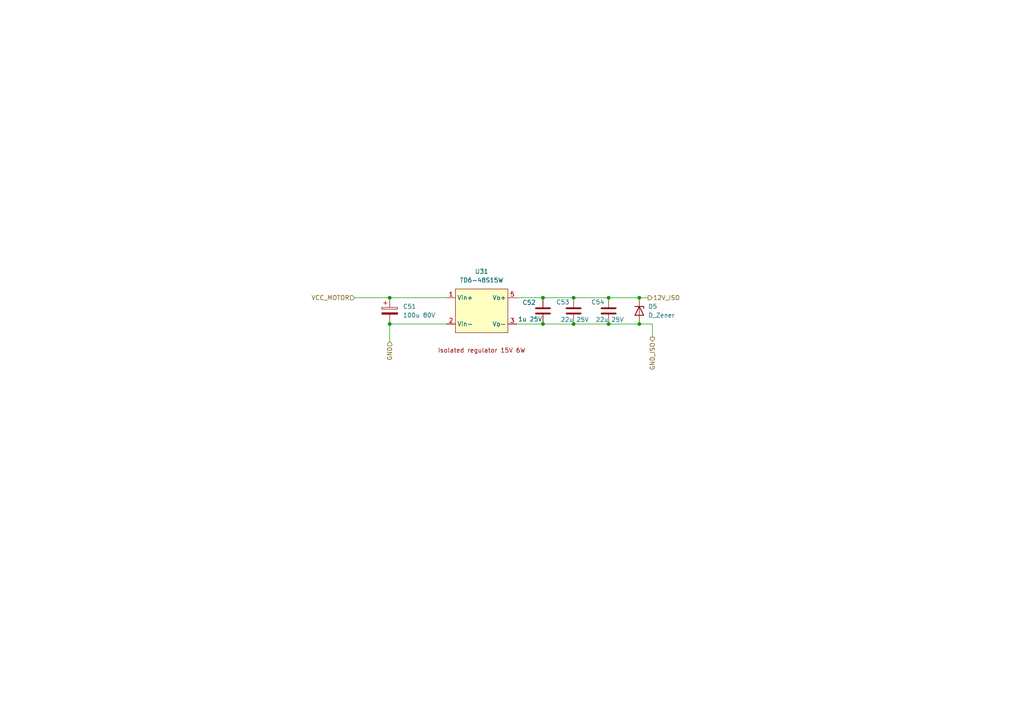
<source format=kicad_sch>
(kicad_sch (version 20211123) (generator eeschema)
  (paper "A4")
  (lib_symbols
    (symbol "Device:C" (pin_numbers hide) (pin_names (offset 0.254))
      (property "Reference" "C" (at 0.635 2.54 0))
      (property "Value" "C" (at 0.635 -2.54 0))
      (symbol "C_0_1"
        (polyline (pts (xy -2.032 -0.762) (xy 2.032 -0.762)) (stroke (width 0.508)))
        (polyline (pts (xy -2.032 0.762) (xy 2.032 0.762)) (stroke (width 0.508)))
      )
      (symbol "C_1_1"
        (pin passive line (at 0 3.81 270) (length 2.794) (name "~") (number "1"))
        (pin passive line (at 0 -3.81 90) (length 2.794) (name "~") (number "2"))
      )
    )
    (symbol "Device:C_Polarized" (pin_numbers hide) (pin_names (offset 0.254))
      (property "Reference" "C" (at 0.635 2.54 0))
      (property "Value" "C_Polarized" (at 0.635 -2.54 0))
      (symbol "C_Polarized_0_1"
        (rectangle (start -2.286 0.508) (end 2.286 1.016))
        (polyline (pts (xy -1.778 2.286) (xy -0.762 2.286)))
        (polyline (pts (xy -1.27 2.794) (xy -1.27 1.778)))
        (rectangle (start 2.286 -0.508) (end -2.286 -1.016) (fill (type outline)))
      )
      (symbol "C_Polarized_1_1"
        (pin passive line (at 0 3.81 270) (length 2.794) (name "~") (number "1"))
        (pin passive line (at 0 -3.81 90) (length 2.794) (name "~") (number "2"))
      )
    )
    (symbol "Device:D_Zener" (pin_numbers hide) (pin_names (offset 1.016) hide)
      (property "Reference" "D" (at 0 2.54 0))
      (property "Value" "D_Zener" (at 0 -2.54 0))
      (symbol "D_Zener_0_1"
        (polyline (pts (xy 1.27 0) (xy -1.27 0)))
        (polyline (pts (xy -1.27 -1.27) (xy -1.27 1.27) (xy -0.762 1.27)) (stroke (width 0.254)))
        (polyline (pts (xy 1.27 -1.27) (xy 1.27 1.27) (xy -1.27 0) (xy 1.27 -1.27)) (stroke (width 0.254)))
      )
      (symbol "D_Zener_1_1"
        (pin passive line (at -3.81 0 0) (length 2.54) (name "K") (number "1"))
        (pin passive line (at 3.81 0 180) (length 2.54) (name "A") (number "2"))
      )
    )
    (symbol "PersonnalSymbolLibrary:TD6-48S15W"
      (property "Reference" "U" (at 0 2.54 0))
      (property "Value" "TD6-48S15W" (at 7.62 -15.24 0))
      (symbol "TD6-48S15W_0_0"
        (text "Isolated regulator 15V 6W" (at 7.62 -17.78 0) (effects (font (size 1.27 1.27))))
      )
      (symbol "TD6-48S15W_0_1"
        (rectangle (start 0 0) (end 15.24 -12.7) (stroke (width 0.1524)) (fill (type background)))
      )
      (symbol "TD6-48S15W_1_1"
        (pin passive line (at -2.54 -2.54 0) (length 2.54) (name "Vin+") (number "1"))
        (pin passive line (at -2.54 -10.16 0) (length 2.54) (name "Vin-") (number "2"))
        (pin passive line (at 17.78 -10.16 180) (length 2.54) (name "Vo-") (number "3"))
        (pin passive line (at 17.78 -2.54 180) (length 2.54) (name "Vo+") (number "5"))
      )
    )
  )
  (junction (at 157.48 93.98))
  (junction (at 166.37 93.98))
  (junction (at 176.53 93.98))
  (junction (at 113.03 93.98))
  (junction (at 185.42 93.98))
  (junction (at 113.03 86.36))
  (junction (at 176.53 86.36))
  (junction (at 157.48 86.36))
  (junction (at 166.37 86.36))
  (junction (at 185.42 86.36))
  (wire (pts (xy 189.23 93.98) (xy 189.23 97.79)))
  (wire (pts (xy 149.86 86.36) (xy 157.48 86.36)))
  (wire (pts (xy 176.53 93.98) (xy 185.42 93.98)))
  (wire (pts (xy 113.03 86.36) (xy 129.54 86.36)))
  (wire (pts (xy 149.86 93.98) (xy 157.48 93.98)))
  (wire (pts (xy 176.53 86.36) (xy 185.42 86.36)))
  (wire (pts (xy 113.03 93.98) (xy 113.03 99.06)))
  (wire (pts (xy 102.87 86.36) (xy 113.03 86.36)))
  (wire (pts (xy 166.37 86.36) (xy 176.53 86.36)))
  (wire (pts (xy 113.03 93.98) (xy 129.54 93.98)))
  (wire (pts (xy 166.37 93.98) (xy 176.53 93.98)))
  (wire (pts (xy 157.48 86.36) (xy 166.37 86.36)))
  (wire (pts (xy 157.48 93.98) (xy 166.37 93.98)))
  (wire (pts (xy 185.42 86.36) (xy 187.96 86.36)))
  (wire (pts (xy 185.42 93.98) (xy 189.23 93.98)))
  (hierarchical_label "12V_ISO" (shape output) (at 187.96 86.36 0))
  (hierarchical_label "GND_ISO" (shape output) (at 189.23 97.79 270))
  (hierarchical_label "VCC_MOTOR" (shape input) (at 102.87 86.36 180))
  (hierarchical_label "GND" (shape input) (at 113.03 99.06 270))
  (symbol (lib_id "Device:D_Zener") (at 185.42 90.17 270) (unit 1)
    (property "Reference" "D5" (at 187.96 88.8999 90) (effects (justify left)))
    (property "Value" "D_Zener" (at 187.96 91.4399 90) (effects (justify left)))
    (property "Footprint" "Diode_SMD:D_SMB" (effects hide))
    (property "LCSC" "C435935" (effects hide))
  )
  (symbol (lib_id "Device:C_Polarized") (at 113.03 90.17 0) (unit 1)
    (property "Reference" "C51" (at 116.84 88.8999 0) (effects (justify left)))
    (property "Value" "100u 80V" (at 116.84 91.4399 0) (effects (justify left)))
    (property "Footprint" "Capacitor_SMD:CP_Elec_10x10" (effects hide))
    (property "LCSC" "C487410" (effects hide))
  )
  (symbol (lib_id "Device:C") (at 166.37 90.17 0) (unit 1)
    (property "Reference" "C53" (at 161.29 87.63 0) (effects (justify left)))
    (property "Value" "22u 25V" (at 162.56 92.71 0) (effects (justify left)))
    (property "Footprint" "Capacitor_SMD:C_1206_3216Metric" (effects hide))
    (property "LCSC" "C12891" (effects hide))
  )
  (symbol (lib_id "Device:C") (at 176.53 90.17 0) (unit 1)
    (property "Reference" "C54" (at 171.45 87.63 0) (effects (justify left)))
    (property "Value" "22u 25V" (at 172.72 92.71 0) (effects (justify left)))
    (property "Footprint" "Capacitor_SMD:C_1206_3216Metric" (effects hide))
    (property "LCSC" "C12891" (effects hide))
  )
  (symbol (lib_id "PersonnalSymbolLibrary:TD6-48S15W") (at 132.08 83.82 0) (unit 1)
    (property "Reference" "U31" (at 139.7 78.74 0))
    (property "Value" "TD6-48S15W" (at 139.7 81.28 0))
    (property "Footprint" "PersonnalFootprintLibrary:TD6-48S15W" (effects hide))
    (property "LCSC" "C570771" (effects hide))
  )
  (symbol (lib_id "Device:C") (at 157.48 90.17 0) (unit 1)
    (property "Reference" "C52" (at 151.511 87.7316 0) (effects (justify left)))
    (property "Value" "1u 25V" (at 150.241 92.583 0) (effects (justify left)))
    (property "Footprint" "Capacitor_SMD:C_0402_1005Metric" (effects hide))
    (property "LCSC" "C52923" (effects hide))
  )
)
</source>
